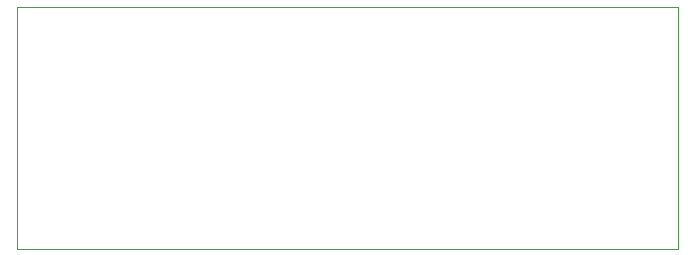
<source format=gbr>
%TF.GenerationSoftware,KiCad,Pcbnew,9.0.6*%
%TF.CreationDate,2025-11-21T23:30:09+05:30*%
%TF.ProjectId,charger_circuit,63686172-6765-4725-9f63-697263756974,rev?*%
%TF.SameCoordinates,Original*%
%TF.FileFunction,Profile,NP*%
%FSLAX46Y46*%
G04 Gerber Fmt 4.6, Leading zero omitted, Abs format (unit mm)*
G04 Created by KiCad (PCBNEW 9.0.6) date 2025-11-21 23:30:09*
%MOMM*%
%LPD*%
G01*
G04 APERTURE LIST*
%TA.AperFunction,Profile*%
%ADD10C,0.050000*%
%TD*%
G04 APERTURE END LIST*
D10*
X34500000Y-31500000D02*
X90500000Y-31500000D01*
X90500000Y-52000000D01*
X34500000Y-52000000D01*
X34500000Y-31500000D01*
M02*

</source>
